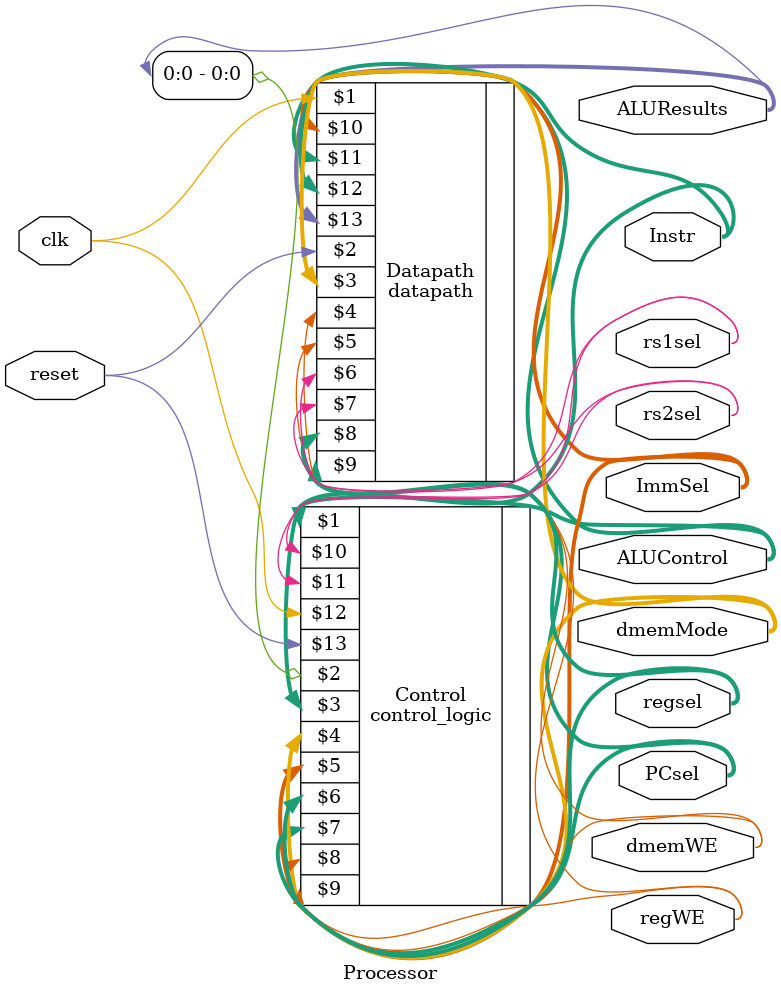
<source format=v>

module Processor(clk, reset, Instr, ALUResults, ALUControl, dmemMode, 
                     ImmSel, regsel, PCsel, dmemWE, 
                     regWE, rs1sel, rs2sel);
    input wire clk , reset;
    output wire  [31:0] Instr, ALUResults;
    output wire regWE, dmemWE;
    output wire rs1sel, rs2sel;
    output wire [1:0] regsel, PCsel;
    output wire [2:0] ImmSel;
    output wire [3:0] ALUControl;
    output wire [2:0] dmemMode;
    
    control_logic Control(Instr, ALUResults[0], ALUControl, dmemMode, 
                     ImmSel, regsel, PCsel, dmemWE, 
                     regWE, rs1sel, rs2sel, clk, reset);
                     
    datapath Datapath(clk, reset, dmemMode, dmemWE , regWE , rs1sel , rs2sel , regsel,     
                        PCsel, ImmSel ,ALUControl, Instr, ALUResults);                 
endmodule

</source>
